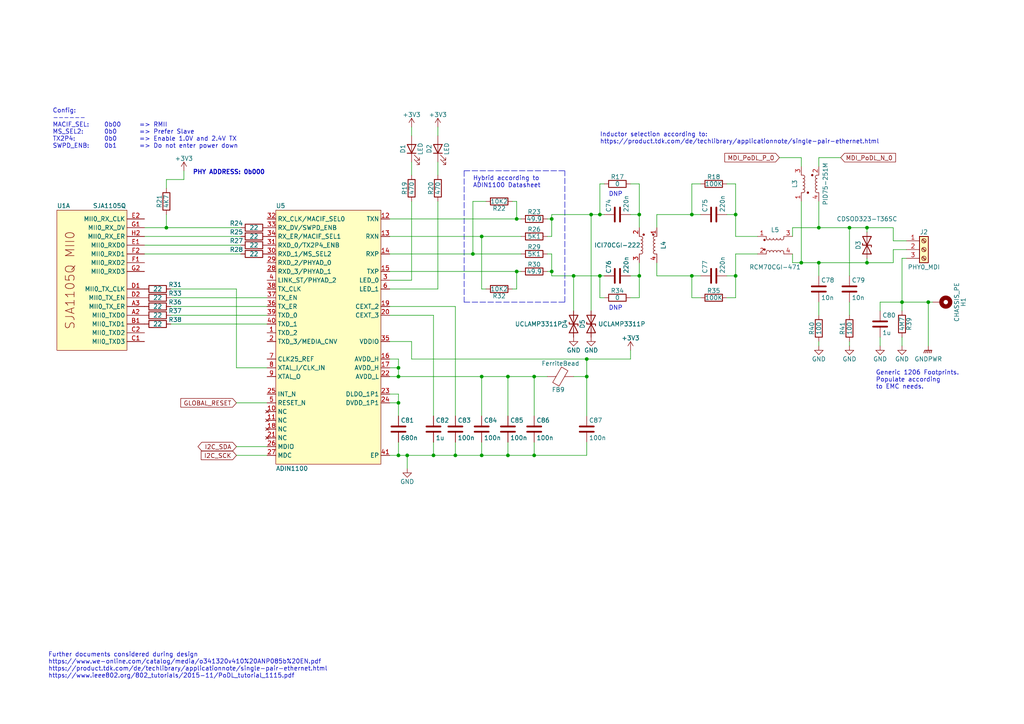
<source format=kicad_sch>
(kicad_sch (version 20211123) (generator eeschema)
  (paper "A4")
  (title_block (title "Open Hardware 10Base-T1L Switch") (date "2023-04-07") (rev "REV A") (company "Peter Heinrich") (comment 1 "Open Hardware License CERN-OHL-P v2") (comment 2 "https://github.com/peterheinrich/Open_10Base-T1L_Switch"))
  (lib_symbols
    (symbol "ADIN1100:ADIN1100"
      (property "Reference" "U" (at 0 1.27 0))
      (property "Value" "ADIN1100" (at 0 -74.93 0))
      (symbol "ADIN1100_1_1"
        (pin input line (at -2.54 -35.56 0) (length 2.54) (name "TXD_2") (number "1"))
        (pin no_connect line (at -2.54 -58.42 0) (length 2.54) (name "NC") (number "10"))
        (pin no_connect line (at -2.54 -60.96 0) (length 2.54) (name "NC") (number "11"))
        (pin bidirectional line (at 33.02 -2.54 180) (length 2.54) (name "TXN") (number "12"))
        (pin bidirectional line (at 33.02 -7.62 180) (length 2.54) (name "RXN") (number "13"))
        (pin bidirectional line (at 33.02 -12.7 180) (length 2.54) (name "RXP") (number "14"))
        (pin bidirectional line (at 33.02 -17.78 180) (length 2.54) (name "TXP") (number "15"))
        (pin power_in line (at 33.02 -43.18 180) (length 2.54) (name "AVDD_H") (number "16"))
        (pin power_in line (at 33.02 -45.72 180) (length 2.54) (name "AVDD_H") (number "17"))
        (pin no_connect line (at -2.54 -63.5 0) (length 2.54) (name "NC") (number "18"))
        (pin input line (at 33.02 -27.94 180) (length 2.54) (name "CEXT_2") (number "19"))
        (pin input line (at -2.54 -38.1 0) (length 2.54) (name "TXD_3/MEDIA_CNV") (number "2"))
        (pin input line (at 33.02 -30.48 180) (length 2.54) (name "CEXT_3") (number "20"))
        (pin no_connect line (at -2.54 -66.04 0) (length 2.54) (name "NC") (number "21"))
        (pin power_in line (at 33.02 -48.26 180) (length 2.54) (name "AVDD_L") (number "22"))
        (pin power_in line (at 33.02 -53.34 180) (length 2.54) (name "DLDO_1P1") (number "23"))
        (pin power_in line (at 33.02 -55.88 180) (length 2.54) (name "DVDD_1P1") (number "24"))
        (pin output line (at -2.54 -53.34 0) (length 2.54) (name "INT_N") (number "25"))
        (pin bidirectional line (at -2.54 -68.58 0) (length 2.54) (name "MDIO") (number "26"))
        (pin input line (at -2.54 -71.12 0) (length 2.54) (name "MDC") (number "27"))
        (pin output line (at -2.54 -17.78 0) (length 2.54) (name "RXD_3/PHYAD_1") (number "28"))
        (pin output line (at -2.54 -15.24 0) (length 2.54) (name "RXD_2/PHYAD_0") (number "29"))
        (pin output line (at 33.02 -20.32 180) (length 2.54) (name "LED_0") (number "3"))
        (pin output line (at -2.54 -12.7 0) (length 2.54) (name "RXD_1/MS_SEL2") (number "30"))
        (pin output line (at -2.54 -10.16 0) (length 2.54) (name "RXD_0/TX2P4_ENB") (number "31"))
        (pin output line (at -2.54 -2.54 0) (length 2.54) (name "RX_CLK/MACIF_SEL0") (number "32"))
        (pin output line (at -2.54 -5.08 0) (length 2.54) (name "RX_DV/SWPD_ENB") (number "33"))
        (pin output line (at -2.54 -7.62 0) (length 2.54) (name "RX_ER/MACIF_SEL1") (number "34"))
        (pin power_in line (at 33.02 -38.1 180) (length 2.54) (name "VDDIO") (number "35"))
        (pin input line (at -2.54 -27.94 0) (length 2.54) (name "TX_ER") (number "36"))
        (pin input line (at -2.54 -25.4 0) (length 2.54) (name "TX_EN") (number "37"))
        (pin output line (at -2.54 -22.86 0) (length 2.54) (name "TX_CLK") (number "38"))
        (pin input line (at -2.54 -30.48 0) (length 2.54) (name "TXD_0") (number "39"))
        (pin output line (at -2.54 -20.32 0) (length 2.54) (name "LINK_ST/PHYAD_2") (number "4"))
        (pin input line (at -2.54 -33.02 0) (length 2.54) (name "TXD_1") (number "40"))
        (pin power_in line (at 33.02 -71.12 180) (length 2.54) (name "EP") (number "41"))
        (pin input line (at -2.54 -55.88 0) (length 2.54) (name "RESET_N") (number "5"))
        (pin output line (at 33.02 -22.86 180) (length 2.54) (name "LED_1") (number "6"))
        (pin output line (at -2.54 -43.18 0) (length 2.54) (name "CLK25_REF") (number "7"))
        (pin input line (at -2.54 -45.72 0) (length 2.54) (name "XTAL_I/CLK_IN") (number "8"))
        (pin output line (at -2.54 -48.26 0) (length 2.54) (name "XTAL_O") (number "9"))
      )
    )
    (symbol "Connector:Screw_Terminal_01x03" (pin_names (offset 1.016) hide)
      (property "Reference" "J" (at 0 5.08 0))
      (property "Value" "Screw_Terminal_01x03" (at 0 -5.08 0))
      (symbol "Screw_Terminal_01x03_1_1"
        (pin passive line (at -5.08 2.54 0) (length 3.81) (name "Pin_1") (number "1"))
        (pin passive line (at -5.08 0 0) (length 3.81) (name "Pin_2") (number "2"))
        (pin passive line (at -5.08 -2.54 0) (length 3.81) (name "Pin_3") (number "3"))
      )
    )
    (symbol "Device:C" (pin_numbers hide) (pin_names (offset 0.254))
      (property "Reference" "C" (at 0.635 2.54 0))
      (property "Value" "C" (at 0.635 -2.54 0))
      (symbol "C_1_1"
        (pin passive line (at 0 3.81 270) (length 2.794) (name "~") (number "1"))
        (pin passive line (at 0 -3.81 90) (length 2.794) (name "~") (number "2"))
      )
    )
    (symbol "Device:D_TVS" (pin_numbers hide) (pin_names (offset 1.016) hide)
      (property "Reference" "D" (at 0 2.54 0))
      (property "Value" "D_TVS" (at 0 -2.54 0))
      (symbol "D_TVS_1_1"
        (pin passive line (at -3.81 0 0) (length 2.54) (name "A1") (number "1"))
        (pin passive line (at 3.81 0 180) (length 2.54) (name "A2") (number "2"))
      )
    )
    (symbol "Device:FerriteBead" (pin_numbers hide) (pin_names (offset 0))
      (property "Reference" "FB" (at -3.81 0.635 90))
      (property "Value" "FerriteBead" (at 3.81 0 90))
      (symbol "FerriteBead_1_1"
        (pin passive line (at 0 3.81 270) (length 2.54) (name "~") (number "1"))
        (pin passive line (at 0 -3.81 90) (length 2.54) (name "~") (number "2"))
      )
    )
    (symbol "Device:LED" (pin_numbers hide) (pin_names (offset 1.016) hide)
      (property "Reference" "D" (at 0 2.54 0))
      (property "Value" "LED" (at 0 -2.54 0))
      (symbol "LED_1_1"
        (pin passive line (at -3.81 0 0) (length 2.54) (name "K") (number "1"))
        (pin passive line (at 3.81 0 180) (length 2.54) (name "A") (number "2"))
      )
    )
    (symbol "Device:L_Coupled_1324" (pin_names (offset 0.254) hide)
      (property "Reference" "L" (at 0 4.445 0))
      (property "Value" "L_Coupled_1324" (at 0 -4.445 0))
      (symbol "L_Coupled_1324_1_1"
        (pin passive line (at -5.08 2.54 0) (length 2.54) (name "1") (number "1"))
        (pin passive line (at -5.08 -2.54 0) (length 2.54) (name "2") (number "2"))
        (pin passive line (at 5.08 2.54 180) (length 2.54) (name "3") (number "3"))
        (pin passive line (at 5.08 -2.54 180) (length 2.54) (name "4") (number "4"))
      )
    )
    (symbol "Device:L_Coupled_1423" (pin_names (offset 0.254) hide)
      (property "Reference" "L" (at 0 4.445 0))
      (property "Value" "L_Coupled_1423" (at 0 -4.445 0))
      (symbol "L_Coupled_1423_1_1"
        (pin passive line (at -5.08 2.54 0) (length 2.54) (name "1") (number "1"))
        (pin passive line (at -5.08 -2.54 0) (length 2.54) (name "2") (number "2"))
        (pin passive line (at 5.08 -2.54 180) (length 2.54) (name "3") (number "3"))
        (pin passive line (at 5.08 2.54 180) (length 2.54) (name "4") (number "4"))
      )
    )
    (symbol "Device:R" (pin_numbers hide) (pin_names (offset 0))
      (property "Reference" "R" (at 2.032 0 90))
      (property "Value" "R" (at 0 0 90))
      (symbol "R_1_1"
        (pin passive line (at 0 3.81 270) (length 1.27) (name "~") (number "1"))
        (pin passive line (at 0 -3.81 90) (length 1.27) (name "~") (number "2"))
      )
    )
    (symbol "L_differential_1324:L_Coupled_1324" (pin_names (offset 0.254) hide)
      (property "Reference" "L?" (at 0 4.445 0))
      (property "Value" "L_Coupled_1324" (at 0 -4.445 0))
      (symbol "L_Coupled_1324_1_1"
        (pin passive line (at -5.08 2.54 0) (length 2.54) (name "1") (number "1"))
        (pin passive line (at 5.08 -2.54 180) (length 2.54) (name "2") (number "2"))
        (pin passive line (at 5.08 2.54 180) (length 2.54) (name "3") (number "3"))
        (pin passive line (at -5.08 -2.54 0) (length 2.54) (name "4") (number "4"))
      )
    )
    (symbol "Mechanical:MountingHole_Pad" (pin_numbers hide) (pin_names (offset 1.016) hide)
      (property "Reference" "H" (at 0 6.35 0))
      (property "Value" "MountingHole_Pad" (at 0 4.445 0))
      (symbol "MountingHole_Pad_1_1"
        (pin input line (at 0 -2.54 90) (length 2.54) (name "1") (number "1"))
      )
    )
    (symbol "SJA1105Q:SJA1105Q"
      (property "Reference" "U" (at 0 1.27 0))
      (property "Value" "SJA1105Q" (at 15.24 1.27 0))
      (symbol "SJA1105Q_1_1"
        (text "SJA1105Q MII0" (at 3.81 -20.32 900) (effects (font (size 2.54 2.54))))
        (pin output line (at 25.4 -30.48 180) (length 5.08) (name "MII0_TXD0") (number "A2"))
        (pin output line (at 25.4 -27.94 180) (length 5.08) (name "MII0_TX_ER") (number "A3"))
        (pin output line (at 25.4 -33.02 180) (length 5.08) (name "MII0_TXD1") (number "B1"))
        (pin output line (at 25.4 -38.1 180) (length 5.08) (name "MII0_TXD3") (number "C1"))
        (pin output line (at 25.4 -35.56 180) (length 5.08) (name "MII0_TXD2") (number "C2"))
        (pin bidirectional line (at 25.4 -22.86 180) (length 5.08) (name "MII0_TX_CLK") (number "D1"))
        (pin output line (at 25.4 -25.4 180) (length 5.08) (name "MII0_TX_EN") (number "D2"))
        (pin input line (at 25.4 -10.16 180) (length 5.08) (name "MII0_RXD0") (number "E1"))
        (pin bidirectional line (at 25.4 -2.54 180) (length 5.08) (name "MII0_RX_CLK") (number "E2"))
        (pin input line (at 25.4 -15.24 180) (length 5.08) (name "MII0_RXD2") (number "F1"))
        (pin input line (at 25.4 -12.7 180) (length 5.08) (name "MII0_RXD1") (number "F2"))
        (pin input line (at 25.4 -5.08 180) (length 5.08) (name "MII0_RX_DV") (number "G1"))
        (pin input line (at 25.4 -17.78 180) (length 5.08) (name "MII0_RXD3") (number "G2"))
        (pin input line (at 25.4 -7.62 180) (length 5.08) (name "MII0_RX_ER") (number "H2"))
      )
      (symbol "SJA1105Q_2_1"
        (text "SJA1105Q MII1" (at 3.81 -20.32 900) (effects (font (size 2.54 2.54))))
        (pin output line (at 25.4 -27.94 180) (length 5.08) (name "MII1_TX_ER") (number "A10"))
        (pin input line (at 25.4 -5.08 180) (length 5.08) (name "MII1_RX_DV") (number "A4"))
        (pin input line (at 25.4 -15.24 180) (length 5.08) (name "MII1_RXD2") (number "A5"))
        (pin input line (at 25.4 -10.16 180) (length 5.08) (name "MII1_RXD0") (number "A6"))
        (pin bidirectional line (at 25.4 -22.86 180) (length 5.08) (name "MII1_TX_CLK") (number "A7"))
        (pin output line (at 25.4 -38.1 180) (length 5.08) (name "MII1_TXD3") (number "A8"))
        (pin output line (at 25.4 -33.02 180) (length 5.08) (name "MII1_TXD1") (number "A9"))
        (pin input line (at 25.4 -7.62 180) (length 5.08) (name "MII1_RX_ER") (number "B3"))
        (pin input line (at 25.4 -17.78 180) (length 5.08) (name "MII1_RXD3") (number "B4"))
        (pin input line (at 25.4 -12.7 180) (length 5.08) (name "MII1_RXD1") (number "B5"))
        (pin bidirectional line (at 25.4 -2.54 180) (length 5.08) (name "MII1_RX_CLK") (number "B6"))
        (pin output line (at 25.4 -25.4 180) (length 5.08) (name "MII1_TX_EN") (number "B7"))
        (pin output line (at 25.4 -35.56 180) (length 5.08) (name "MII1_TXD2") (number "B8"))
        (pin output line (at 25.4 -30.48 180) (length 5.08) (name "MII1_TXD0") (number "B9"))
      )
      (symbol "SJA1105Q_3_1"
        (text "SJA1105Q MII2" (at 3.81 -20.32 900) (effects (font (size 2.54 2.54))))
        (pin input line (at 25.4 -5.08 180) (length 5.08) (name "MII2_RX_DV") (number "A11"))
        (pin input line (at 25.4 -15.24 180) (length 5.08) (name "MII2_RXD2") (number "A12"))
        (pin input line (at 25.4 -10.16 180) (length 5.08) (name "MII2_RXD0") (number "A13"))
        (pin input line (at 25.4 -7.62 180) (length 5.08) (name "MII2_RX_ER") (number "B10"))
        (pin input line (at 25.4 -17.78 180) (length 5.08) (name "MII2_RXD3") (number "B11"))
        (pin input line (at 25.4 -12.7 180) (length 5.08) (name "MII2_RXD1") (number "B12"))
        (pin bidirectional line (at 25.4 -2.54 180) (length 5.08) (name "MII2_RX_CLK") (number "B14"))
        (pin output line (at 25.4 -25.4 180) (length 5.08) (name "MII2_TX_EN") (number "C13"))
        (pin bidirectional line (at 25.4 -22.86 180) (length 5.08) (name "MII2_TX_CLK") (number "C14"))
        (pin output line (at 25.4 -35.56 180) (length 5.08) (name "MII2_TXD2") (number "D13"))
        (pin output line (at 25.4 -38.1 180) (length 5.08) (name "MII2_TXD3") (number "D14"))
        (pin output line (at 25.4 -30.48 180) (length 5.08) (name "MII2_TXD0") (number "E13"))
        (pin output line (at 25.4 -33.02 180) (length 5.08) (name "MII2_TXD1") (number "E14"))
        (pin output line (at 25.4 -27.94 180) (length 5.08) (name "MII2_TX_ER") (number "F14"))
      )
      (symbol "SJA1105Q_4_1"
        (text "SJA1105Q MII3" (at 3.81 -20.32 900) (effects (font (size 2.54 2.54))))
        (pin input line (at 25.4 -7.62 180) (length 5.08) (name "MII3_RX_ER") (number "F13"))
        (pin input line (at 25.4 -17.78 180) (length 5.08) (name "MII3_RXD3") (number "G13"))
        (pin input line (at 25.4 -5.08 180) (length 5.08) (name "MII3_RX_DV") (number "G14"))
        (pin input line (at 25.4 -12.7 180) (length 5.08) (name "MII3_RXD1") (number "H13"))
        (pin input line (at 25.4 -15.24 180) (length 5.08) (name "MII3_RXD2") (number "H14"))
        (pin bidirectional line (at 25.4 -2.54 180) (length 5.08) (name "MII3_RX_CLK") (number "J13"))
        (pin input line (at 25.4 -10.16 180) (length 5.08) (name "MII3_RXD0") (number "J14"))
        (pin output line (at 25.4 -25.4 180) (length 5.08) (name "MII3_TX_EN") (number "K13"))
        (pin bidirectional line (at 25.4 -22.86 180) (length 5.08) (name "MII3_TX_CLK") (number "K14"))
        (pin output line (at 25.4 -35.56 180) (length 5.08) (name "MII3_TXD2") (number "L13"))
        (pin output line (at 25.4 -38.1 180) (length 5.08) (name "MII3_TXD3") (number "L14"))
        (pin output line (at 25.4 -30.48 180) (length 5.08) (name "MII3_TXD0") (number "M13"))
        (pin output line (at 25.4 -33.02 180) (length 5.08) (name "MII3_TXD1") (number "M14"))
        (pin output line (at 25.4 -27.94 180) (length 5.08) (name "MII3_TX_ER") (number "N14"))
      )
      (symbol "SJA1105Q_5_1"
        (text "SJA1105Q MII4" (at 3.81 -20.32 900) (effects (font (size 2.54 2.54))))
        (pin input line (at 25.4 -10.16 180) (length 5.08) (name "MII4_RXD0") (number "N10"))
        (pin input line (at 25.4 -15.24 180) (length 5.08) (name "MII4_RXD2") (number "N11"))
        (pin input line (at 25.4 -5.08 180) (length 5.08) (name "MII4_RX_DV") (number "N12"))
        (pin output line (at 25.4 -33.02 180) (length 5.08) (name "MII4_TXD1") (number "N7"))
        (pin output line (at 25.4 -38.1 180) (length 5.08) (name "MII4_TXD3") (number "N8"))
        (pin bidirectional line (at 25.4 -22.86 180) (length 5.08) (name "MII4_TX_CLK") (number "N9"))
        (pin bidirectional line (at 25.4 -2.54 180) (length 5.08) (name "MII4_RX_CLK") (number "P10"))
        (pin input line (at 25.4 -12.7 180) (length 5.08) (name "MII4_RXD1") (number "P11"))
        (pin input line (at 25.4 -17.78 180) (length 5.08) (name "MII4_RXD3") (number "P12"))
        (pin input line (at 25.4 -7.62 180) (length 5.08) (name "MII4_RX_ER") (number "P13"))
        (pin output line (at 25.4 -27.94 180) (length 5.08) (name "MII4_TX_ER") (number "P6"))
        (pin output line (at 25.4 -30.48 180) (length 5.08) (name "MII4_TXD0") (number "P7"))
        (pin output line (at 25.4 -35.56 180) (length 5.08) (name "MII4_TXD2") (number "P8"))
        (pin output line (at 25.4 -25.4 180) (length 5.08) (name "MII4_TX_EN") (number "P9"))
      )
      (symbol "SJA1105Q_6_1"
        (text "SJA1105Q CLK" (at 15.24 -17.78 900) (effects (font (size 2.54 2.54))))
        (pin output line (at -5.08 -2.54 0) (length 5.08) (name "CLK_OUT") (number "H1"))
        (pin input line (at -5.08 -20.32 0) (length 5.08) (name "OSC_IN") (number "K2"))
        (pin output line (at -5.08 -7.62 0) (length 5.08) (name "OSC_OUT") (number "L1"))
        (pin power_in line (at 33.02 -17.78 180) (length 5.08) (name "i.c.") (number "L4"))
        (pin input line (at 33.02 -2.54 180) (length 5.08) (name "TRST_N") (number "M1"))
        (pin input line (at 33.02 -10.16 180) (length 5.08) (name "TDI") (number "M2"))
        (pin input line (at 33.02 -12.7 180) (length 5.08) (name "TCK") (number "N1"))
        (pin output line (at 33.02 -7.62 180) (length 5.08) (name "TDO") (number "N3"))
        (pin bidirectional line (at -5.08 -33.02 0) (length 5.08) (name "PTP_CLK") (number "N4"))
        (pin input line (at 33.02 -25.4 180) (length 5.08) (name "SDI") (number "N5"))
        (pin input line (at 33.02 -30.48 180) (length 5.08) (name "SS_N") (number "N6"))
        (pin input line (at 33.02 -5.08 180) (length 5.08) (name "TMS") (number "P2"))
        (pin input line (at 33.02 -33.02 180) (length 5.08) (name "RST_N") (number "P3"))
        (pin output line (at 33.02 -27.94 180) (length 5.08) (name "SDO") (number "P4"))
        (pin input line (at 33.02 -22.86 180) (length 5.08) (name "SCK") (number "P5"))
      )
      (symbol "SJA1105Q_7_1"
        (text "SJA1105Q Power" (at 12.7 -48.26 900) (effects (font (size 2.54 2.54))))
        (pin power_in line (at -5.08 -2.54 0) (length 5.08) (name "VSS") (number "A1"))
        (pin power_in line (at 33.02 -88.9 180) (length 5.08) (name "VSS") (number "A14"))
        (pin power_in line (at 33.02 -83.82 180) (length 5.08) (name "VSS") (number "B13"))
        (pin power_in line (at 33.02 -48.26 180) (length 5.08) (name "VDDIO_MII2") (number "D10"))
        (pin power_in line (at 33.02 -50.8 180) (length 5.08) (name "VDDIO_MII2") (number "D11"))
        (pin power_in line (at 33.02 -33.02 180) (length 5.08) (name "VDDIO_MII0") (number "D4"))
        (pin power_in line (at 33.02 -40.64 180) (length 5.08) (name "VDDIO_MII1") (number "D5"))
        (pin power_in line (at 33.02 -7.62 180) (length 5.08) (name "VDD_CORE") (number "D6"))
        (pin power_in line (at 33.02 -43.18 180) (length 5.08) (name "VDDIO_MII1") (number "D7"))
        (pin power_in line (at 33.02 -45.72 180) (length 5.08) (name "VDDIO_MII1") (number "D8"))
        (pin power_in line (at 33.02 -12.7 180) (length 5.08) (name "VDD_CORE") (number "D9"))
        (pin power_in line (at -5.08 -91.44 0) (length 5.08) (name "VSS") (number "E10"))
        (pin power_in line (at 33.02 -53.34 180) (length 5.08) (name "VDDIO_MII2") (number "E11"))
        (pin power_in line (at 33.02 -35.56 180) (length 5.08) (name "VDDIO_MII0") (number "E4"))
        (pin power_in line (at -5.08 -12.7 0) (length 5.08) (name "VSS") (number "E5"))
        (pin power_in line (at -5.08 -27.94 0) (length 5.08) (name "VSS") (number "E6"))
        (pin power_in line (at -5.08 -43.18 0) (length 5.08) (name "VSS") (number "E7"))
        (pin power_in line (at -5.08 -60.96 0) (length 5.08) (name "VSS") (number "E8"))
        (pin power_in line (at -5.08 -76.2 0) (length 5.08) (name "VSS") (number "E9"))
        (pin power_in line (at -5.08 -93.98 0) (length 5.08) (name "VSS") (number "F10"))
        (pin power_in line (at 33.02 -17.78 180) (length 5.08) (name "VDD_CORE") (number "F11"))
        (pin power_in line (at 33.02 -2.54 180) (length 5.08) (name "VDD_CORE") (number "F4"))
        (pin power_in line (at -5.08 -15.24 0) (length 5.08) (name "VSS") (number "F5"))
        (pin power_in line (at -5.08 -30.48 0) (length 5.08) (name "VSS") (number "F6"))
        (pin power_in line (at -5.08 -45.72 0) (length 5.08) (name "VSS") (number "F7"))
        (pin power_in line (at -5.08 -63.5 0) (length 5.08) (name "VSS") (number "F8"))
        (pin power_in line (at -5.08 -78.74 0) (length 5.08) (name "VSS") (number "F9"))
        (pin power_in line (at -5.08 -96.52 0) (length 5.08) (name "VSS") (number "G10"))
        (pin power_in line (at 33.02 -55.88 180) (length 5.08) (name "VDDIO_MII3") (number "G11"))
        (pin power_in line (at 33.02 -38.1 180) (length 5.08) (name "VDDIO_MII0") (number "G4"))
        (pin power_in line (at -5.08 -17.78 0) (length 5.08) (name "VSS") (number "G5"))
        (pin power_in line (at -5.08 -33.02 0) (length 5.08) (name "VSS") (number "G6"))
        (pin power_in line (at -5.08 -48.26 0) (length 5.08) (name "VSS") (number "G7"))
        (pin power_in line (at -5.08 -66.04 0) (length 5.08) (name "VSS") (number "G8"))
        (pin power_in line (at -5.08 -81.28 0) (length 5.08) (name "VSS") (number "G9"))
        (pin power_in line (at 33.02 -76.2 180) (length 5.08) (name "VSS") (number "H10"))
        (pin power_in line (at 33.02 -58.42 180) (length 5.08) (name "VDDIO_MII3") (number "H11"))
        (pin power_in line (at 33.02 -27.94 180) (length 5.08) (name "VDDIO_CLO") (number "H4"))
        (pin power_in line (at -5.08 -20.32 0) (length 5.08) (name "VSS") (number "H5"))
        (pin power_in line (at -5.08 -35.56 0) (length 5.08) (name "VSS") (number "H6"))
        (pin power_in line (at -5.08 -50.8 0) (length 5.08) (name "VSS") (number "H7"))
        (pin power_in line (at -5.08 -68.58 0) (length 5.08) (name "VSS") (number "H8"))
        (pin power_in line (at -5.08 -83.82 0) (length 5.08) (name "VSS") (number "H9"))
        (pin power_in line (at 33.02 -25.4 180) (length 5.08) (name "VDDA_PLL") (number "J1"))
        (pin power_in line (at 33.02 -78.74 180) (length 5.08) (name "VSS") (number "J10"))
        (pin power_in line (at 33.02 -20.32 180) (length 5.08) (name "VDD_CORE") (number "J11"))
        (pin power_in line (at 33.02 -96.52 180) (length 5.08) (name "VSSA_PLL") (number "J2"))
        (pin power_in line (at 33.02 -5.08 180) (length 5.08) (name "VDD_CORE") (number "J4"))
        (pin power_in line (at -5.08 -22.86 0) (length 5.08) (name "VSS") (number "J5"))
        (pin power_in line (at -5.08 -38.1 0) (length 5.08) (name "VSS") (number "J6"))
        (pin power_in line (at -5.08 -53.34 0) (length 5.08) (name "VSS") (number "J7"))
        (pin power_in line (at -5.08 -71.12 0) (length 5.08) (name "VSS") (number "J8"))
        (pin power_in line (at -5.08 -86.36 0) (length 5.08) (name "VSS") (number "J9"))
        (pin power_in line (at 33.02 -22.86 180) (length 5.08) (name "VDDA_OSC") (number "K1"))
        (pin power_in line (at 33.02 -81.28 180) (length 5.08) (name "VSS") (number "K10"))
        (pin power_in line (at 33.02 -60.96 180) (length 5.08) (name "VDDIO_MII3") (number "K11"))
        (pin power_in line (at -5.08 -10.16 0) (length 5.08) (name "VSS") (number "K4"))
        (pin power_in line (at -5.08 -25.4 0) (length 5.08) (name "VSS") (number "K5"))
        (pin power_in line (at -5.08 -40.64 0) (length 5.08) (name "VSS") (number "K6"))
        (pin power_in line (at -5.08 -55.88 0) (length 5.08) (name "VSS") (number "K7"))
        (pin power_in line (at -5.08 -73.66 0) (length 5.08) (name "VSS") (number "K8"))
        (pin power_in line (at -5.08 -88.9 0) (length 5.08) (name "VSS") (number "K9"))
        (pin power_in line (at 33.02 -66.04 180) (length 5.08) (name "VDDIO_MII4") (number "L10"))
        (pin power_in line (at 33.02 -68.58 180) (length 5.08) (name "VDDIO_MII4") (number "L11"))
        (pin power_in line (at 33.02 -93.98 180) (length 5.08) (name "VSSA_OSC") (number "L2"))
        (pin power_in line (at 33.02 -30.48 180) (length 5.08) (name "VDDIO_HOST") (number "L5"))
        (pin power_in line (at 33.02 -10.16 180) (length 5.08) (name "VDD_CORE") (number "L6"))
        (pin power_in line (at -5.08 -58.42 0) (length 5.08) (name "VSS") (number "L7"))
        (pin power_in line (at 33.02 -63.5 180) (length 5.08) (name "VDDIO_MII4") (number "L8"))
        (pin power_in line (at 33.02 -15.24 180) (length 5.08) (name "VDD_CORE") (number "L9"))
        (pin power_in line (at 33.02 -86.36 180) (length 5.08) (name "VSS") (number "N13"))
        (pin power_in line (at -5.08 -7.62 0) (length 5.08) (name "VSS") (number "N2"))
        (pin power_in line (at -5.08 -5.08 0) (length 5.08) (name "VSS") (number "P1"))
        (pin power_in line (at 33.02 -91.44 180) (length 5.08) (name "VSS") (number "P14"))
      )
    )
    (symbol "power:+3V3" (power) (pin_names (offset 0))
      (property "Value" "+3V3" (at 0 3.556 0))
      (symbol "+3V3_1_1"
        (pin power_in line (at 0 0 90) (length 0) hide (name "+3V3") (number "1"))
      )
    )
    (symbol "power:GND" (power) (pin_names (offset 0))
      (property "Value" "GND" (at 0 -3.81 0))
      (symbol "GND_1_1"
        (pin power_in line (at 0 0 270) (length 0) hide (name "GND") (number "1"))
      )
    )
    (symbol "power:GNDPWR" (power) (pin_names (offset 0))
      (property "Value" "GNDPWR" (at 0 -3.302 0))
      (symbol "GNDPWR_1_1"
        (pin power_in line (at 0 0 270) (length 0) hide (name "GNDPWR") (number "1"))
      )
    )
  )
  (junction (at 160.02 78.74))
  (junction (at 246.38 66.04))
  (junction (at 170.18 104.14))
  (junction (at 139.7 68.58))
  (junction (at 147.32 132.08))
  (junction (at 160.02 63.5))
  (junction (at 132.08 132.08))
  (junction (at 166.37 80.01))
  (junction (at 237.49 66.04))
  (junction (at 115.57 106.68))
  (junction (at 139.7 109.22))
  (junction (at 185.42 80.01))
  (junction (at 115.57 109.22))
  (junction (at 149.86 63.5))
  (junction (at 251.46 76.2))
  (junction (at 261.62 87.63))
  (junction (at 154.94 132.08))
  (junction (at 139.7 132.08))
  (junction (at 147.32 109.22))
  (junction (at 171.45 62.23))
  (junction (at 200.66 62.23))
  (junction (at 232.41 76.2))
  (junction (at 173.99 80.01))
  (junction (at 154.94 109.22))
  (junction (at 269.24 87.63))
  (junction (at 115.57 132.08))
  (junction (at 118.11 132.08))
  (junction (at 213.36 80.01))
  (junction (at 125.73 132.08))
  (junction (at 115.57 116.84))
  (junction (at 48.26 66.04))
  (junction (at 213.36 62.23))
  (junction (at 137.16 73.66))
  (junction (at 251.46 66.04))
  (junction (at 200.66 80.01))
  (junction (at 173.99 62.23))
  (junction (at 149.86 78.74))
  (junction (at 170.18 109.22))
  (junction (at 185.42 62.23))
  (junction (at 237.49 76.2))
  (wire (pts (xy 232.41 45.72) (xy 232.41 48.26)))
  (wire (pts (xy 140.97 58.42) (xy 137.16 58.42)))
  (polyline (pts (xy 134.62 87.63) (xy 163.83 87.63)))
  (wire (pts (xy 68.58 106.68) (xy 77.47 106.68)))
  (wire (pts (xy 210.82 53.34) (xy 213.36 53.34)))
  (wire (pts (xy 200.66 62.23) (xy 203.2 62.23)))
  (wire (pts (xy 213.36 53.34) (xy 213.36 62.23)))
  (wire (pts (xy 210.82 86.36) (xy 213.36 86.36)))
  (wire (pts (xy 115.57 106.68) (xy 115.57 109.22)))
  (wire (pts (xy 158.75 68.58) (xy 160.02 68.58)))
  (wire (pts (xy 118.11 132.08) (xy 125.73 132.08)))
  (wire (pts (xy 229.87 76.2) (xy 229.87 73.66)))
  (wire (pts (xy 173.99 86.36) (xy 173.99 80.01)))
  (wire (pts (xy 213.36 73.66) (xy 213.36 80.01)))
  (wire (pts (xy 237.49 66.04) (xy 246.38 66.04)))
  (wire (pts (xy 49.53 86.36) (xy 77.47 86.36)))
  (wire (pts (xy 139.7 68.58) (xy 139.7 83.82)))
  (wire (pts (xy 137.16 58.42) (xy 137.16 73.66)))
  (wire (pts (xy 119.38 81.28) (xy 113.03 81.28)))
  (wire (pts (xy 127 36.83) (xy 127 39.37)))
  (wire (pts (xy 49.53 88.9) (xy 77.47 88.9)))
  (wire (pts (xy 115.57 114.3) (xy 115.57 116.84)))
  (wire (pts (xy 185.42 86.36) (xy 185.42 80.01)))
  (wire (pts (xy 173.99 62.23) (xy 175.26 62.23)))
  (polyline (pts (xy 134.62 49.53) (xy 163.83 49.53)))
  (wire (pts (xy 232.41 76.2) (xy 237.49 76.2)))
  (wire (pts (xy 113.03 104.14) (xy 115.57 104.14)))
  (wire (pts (xy 41.91 73.66) (xy 69.85 73.66)))
  (wire (pts (xy 154.94 120.65) (xy 154.94 109.22)))
  (wire (pts (xy 149.86 58.42) (xy 149.86 63.5)))
  (polyline (pts (xy 163.83 87.63) (xy 163.83 49.53)))
  (wire (pts (xy 213.36 62.23) (xy 213.36 68.58)))
  (wire (pts (xy 115.57 116.84) (xy 115.57 120.65)))
  (wire (pts (xy 237.49 99.06) (xy 237.49 100.33)))
  (wire (pts (xy 182.88 104.14) (xy 182.88 101.6)))
  (wire (pts (xy 119.38 36.83) (xy 119.38 39.37)))
  (wire (pts (xy 53.34 49.53) (xy 53.34 52.07)))
  (wire (pts (xy 166.37 80.01) (xy 166.37 90.17)))
  (wire (pts (xy 226.06 45.72) (xy 232.41 45.72)))
  (wire (pts (xy 160.02 62.23) (xy 171.45 62.23)))
  (wire (pts (xy 160.02 80.01) (xy 160.02 78.74)))
  (wire (pts (xy 182.88 86.36) (xy 185.42 86.36)))
  (wire (pts (xy 147.32 132.08) (xy 154.94 132.08)))
  (wire (pts (xy 170.18 104.14) (xy 182.88 104.14)))
  (wire (pts (xy 68.58 83.82) (xy 68.58 106.68)))
  (wire (pts (xy 115.57 132.08) (xy 118.11 132.08)))
  (wire (pts (xy 229.87 66.04) (xy 237.49 66.04)))
  (wire (pts (xy 158.75 73.66) (xy 160.02 73.66)))
  (wire (pts (xy 160.02 62.23) (xy 160.02 63.5)))
  (wire (pts (xy 190.5 62.23) (xy 200.66 62.23)))
  (wire (pts (xy 255.27 97.79) (xy 255.27 100.33)))
  (wire (pts (xy 48.26 52.07) (xy 53.34 52.07)))
  (wire (pts (xy 170.18 132.08) (xy 170.18 128.27)))
  (wire (pts (xy 113.03 73.66) (xy 137.16 73.66)))
  (wire (pts (xy 170.18 109.22) (xy 170.18 120.65)))
  (wire (pts (xy 200.66 86.36) (xy 200.66 80.01)))
  (polyline (pts (xy 134.62 49.53) (xy 134.62 87.63)))
  (wire (pts (xy 119.38 104.14) (xy 170.18 104.14)))
  (wire (pts (xy 173.99 80.01) (xy 166.37 80.01)))
  (wire (pts (xy 113.03 78.74) (xy 149.86 78.74)))
  (wire (pts (xy 190.5 62.23) (xy 190.5 66.04)))
  (wire (pts (xy 171.45 62.23) (xy 171.45 90.17)))
  (wire (pts (xy 200.66 53.34) (xy 200.66 62.23)))
  (wire (pts (xy 269.24 87.63) (xy 269.24 100.33)))
  (wire (pts (xy 246.38 66.04) (xy 246.38 80.01)))
  (wire (pts (xy 200.66 80.01) (xy 203.2 80.01)))
  (wire (pts (xy 148.59 58.42) (xy 149.86 58.42)))
  (wire (pts (xy 246.38 87.63) (xy 246.38 91.44)))
  (wire (pts (xy 48.26 66.04) (xy 69.85 66.04)))
  (wire (pts (xy 68.58 116.84) (xy 77.47 116.84)))
  (wire (pts (xy 68.58 129.54) (xy 77.47 129.54)))
  (wire (pts (xy 68.58 132.08) (xy 77.47 132.08)))
  (wire (pts (xy 41.91 71.12) (xy 69.85 71.12)))
  (wire (pts (xy 237.49 76.2) (xy 237.49 80.01)))
  (wire (pts (xy 139.7 68.58) (xy 151.13 68.58)))
  (wire (pts (xy 237.49 58.42) (xy 237.49 66.04)))
  (wire (pts (xy 259.08 72.39) (xy 259.08 76.2)))
  (wire (pts (xy 154.94 109.22) (xy 158.75 109.22)))
  (wire (pts (xy 132.08 128.27) (xy 132.08 132.08)))
  (wire (pts (xy 119.38 99.06) (xy 119.38 104.14)))
  (wire (pts (xy 115.57 104.14) (xy 115.57 106.68)))
  (wire (pts (xy 139.7 109.22) (xy 115.57 109.22)))
  (wire (pts (xy 49.53 83.82) (xy 68.58 83.82)))
  (wire (pts (xy 203.2 86.36) (xy 200.66 86.36)))
  (wire (pts (xy 140.97 83.82) (xy 139.7 83.82)))
  (wire (pts (xy 219.71 68.58) (xy 213.36 68.58)))
  (wire (pts (xy 125.73 132.08) (xy 125.73 128.27)))
  (wire (pts (xy 237.49 48.26) (xy 237.49 45.72)))
  (wire (pts (xy 132.08 132.08) (xy 125.73 132.08)))
  (wire (pts (xy 147.32 109.22) (xy 139.7 109.22)))
  (wire (pts (xy 113.03 63.5) (xy 149.86 63.5)))
  (wire (pts (xy 237.49 45.72) (xy 243.84 45.72)))
  (wire (pts (xy 139.7 120.65) (xy 139.7 109.22)))
  (wire (pts (xy 171.45 62.23) (xy 173.99 62.23)))
  (wire (pts (xy 182.88 80.01) (xy 185.42 80.01)))
  (wire (pts (xy 160.02 63.5) (xy 160.02 68.58)))
  (wire (pts (xy 203.2 53.34) (xy 200.66 53.34)))
  (wire (pts (xy 115.57 128.27) (xy 115.57 132.08)))
  (wire (pts (xy 113.03 88.9) (xy 132.08 88.9)))
  (wire (pts (xy 190.5 80.01) (xy 190.5 76.2)))
  (wire (pts (xy 269.24 87.63) (xy 261.62 87.63)))
  (wire (pts (xy 185.42 80.01) (xy 185.42 76.2)))
  (wire (pts (xy 213.36 86.36) (xy 213.36 80.01)))
  (wire (pts (xy 175.26 53.34) (xy 173.99 53.34)))
  (wire (pts (xy 237.49 76.2) (xy 251.46 76.2)))
  (wire (pts (xy 182.88 62.23) (xy 185.42 62.23)))
  (wire (pts (xy 160.02 80.01) (xy 166.37 80.01)))
  (wire (pts (xy 113.03 106.68) (xy 115.57 106.68)))
  (wire (pts (xy 261.62 87.63) (xy 261.62 90.17)))
  (wire (pts (xy 119.38 58.42) (xy 119.38 81.28)))
  (wire (pts (xy 173.99 53.34) (xy 173.99 62.23)))
  (wire (pts (xy 262.89 72.39) (xy 259.08 72.39)))
  (wire (pts (xy 41.91 66.04) (xy 48.26 66.04)))
  (wire (pts (xy 255.27 87.63) (xy 255.27 90.17)))
  (wire (pts (xy 118.11 132.08) (xy 118.11 135.89)))
  (wire (pts (xy 170.18 104.14) (xy 170.18 109.22)))
  (wire (pts (xy 115.57 116.84) (xy 113.03 116.84)))
  (wire (pts (xy 127 83.82) (xy 127 58.42)))
  (wire (pts (xy 148.59 83.82) (xy 149.86 83.82)))
  (wire (pts (xy 175.26 80.01) (xy 173.99 80.01)))
  (wire (pts (xy 139.7 132.08) (xy 139.7 128.27)))
  (wire (pts (xy 127 46.99) (xy 127 50.8)))
  (wire (pts (xy 190.5 80.01) (xy 200.66 80.01)))
  (wire (pts (xy 170.18 109.22) (xy 166.37 109.22)))
  (wire (pts (xy 261.62 74.93) (xy 262.89 74.93)))
  (wire (pts (xy 147.32 132.08) (xy 147.32 128.27)))
  (wire (pts (xy 147.32 120.65) (xy 147.32 109.22)))
  (wire (pts (xy 261.62 87.63) (xy 261.62 74.93)))
  (wire (pts (xy 175.26 86.36) (xy 173.99 86.36)))
  (wire (pts (xy 125.73 120.65) (xy 125.73 91.44)))
  (wire (pts (xy 251.46 76.2) (xy 259.08 76.2)))
  (wire (pts (xy 229.87 66.04) (xy 229.87 68.58)))
  (wire (pts (xy 113.03 132.08) (xy 115.57 132.08)))
  (wire (pts (xy 185.42 62.23) (xy 185.42 66.04)))
  (wire (pts (xy 125.73 91.44) (xy 113.03 91.44)))
  (wire (pts (xy 246.38 99.06) (xy 246.38 100.33)))
  (wire (pts (xy 154.94 132.08) (xy 170.18 132.08)))
  (wire (pts (xy 261.62 87.63) (xy 255.27 87.63)))
  (wire (pts (xy 270.51 87.63) (xy 269.24 87.63)))
  (wire (pts (xy 232.41 58.42) (xy 232.41 76.2)))
  (wire (pts (xy 119.38 46.99) (xy 119.38 50.8)))
  (wire (pts (xy 132.08 132.08) (xy 139.7 132.08)))
  (wire (pts (xy 139.7 132.08) (xy 147.32 132.08)))
  (wire (pts (xy 113.03 114.3) (xy 115.57 114.3)))
  (wire (pts (xy 113.03 99.06) (xy 119.38 99.06)))
  (wire (pts (xy 41.91 68.58) (xy 69.85 68.58)))
  (wire (pts (xy 251.46 66.04) (xy 259.08 66.04)))
  (wire (pts (xy 137.16 73.66) (xy 151.13 73.66)))
  (wire (pts (xy 251.46 66.04) (xy 251.46 67.31)))
  (wire (pts (xy 237.49 87.63) (xy 237.49 91.44)))
  (wire (pts (xy 210.82 62.23) (xy 213.36 62.23)))
  (wire (pts (xy 113.03 83.82) (xy 127 83.82)))
  (wire (pts (xy 149.86 63.5) (xy 151.13 63.5)))
  (wire (pts (xy 48.26 54.61) (xy 48.26 52.07)))
  (wire (pts (xy 154.94 109.22) (xy 147.32 109.22)))
  (wire (pts (xy 229.87 76.2) (xy 232.41 76.2)))
  (wire (pts (xy 154.94 132.08) (xy 154.94 128.27)))
  (wire (pts (xy 113.03 68.58) (xy 139.7 68.58)))
  (wire (pts (xy 219.71 73.66) (xy 213.36 73.66)))
  (wire (pts (xy 160.02 78.74) (xy 160.02 73.66)))
  (wire (pts (xy 158.75 78.74) (xy 160.02 78.74)))
  (wire (pts (xy 49.53 91.44) (xy 77.47 91.44)))
  (wire (pts (xy 48.26 62.23) (xy 48.26 66.04)))
  (wire (pts (xy 182.88 53.34) (xy 185.42 53.34)))
  (wire (pts (xy 246.38 66.04) (xy 251.46 66.04)))
  (wire (pts (xy 213.36 80.01) (xy 210.82 80.01)))
  (wire (pts (xy 149.86 78.74) (xy 151.13 78.74)))
  (wire (pts (xy 251.46 74.93) (xy 251.46 76.2)))
  (wire (pts (xy 259.08 69.85) (xy 259.08 66.04)))
  (wire (pts (xy 262.89 69.85) (xy 259.08 69.85)))
  (wire (pts (xy 149.86 78.74) (xy 149.86 83.82)))
  (wire (pts (xy 115.57 109.22) (xy 113.03 109.22)))
  (wire (pts (xy 132.08 88.9) (xy 132.08 120.65)))
  (wire (pts (xy 158.75 63.5) (xy 160.02 63.5)))
  (wire (pts (xy 185.42 53.34) (xy 185.42 62.23)))
  (wire (pts (xy 261.62 97.79) (xy 261.62 100.33)))
  (wire (pts (xy 49.53 93.98) (xy 77.47 93.98)))
  (text "Config:\n------\nMACIF_SEL: 	0b00 	=> RMII\nMS_SEL2: 	0b0 	=> Prefer Slave\nTX2P4: 		0b0 	=> Enable 1.0V and 2.4V TX\nSWPD_ENB: 	0b1 	=> Do not enter power down" (at 15.24 43.18 0) (effects (font (size 1.27 1.27)) (justify left bottom)))
  (text "DNP" (at 176.53 57.15 0) (effects (font (size 1.27 1.27)) (justify left bottom)))
  (text "PHY ADDRESS: 0b000" (at 55.88 50.8 0) (effects (font (size 1.27 1.27) bold) (justify left bottom)))
  (text "DNP" (at 176.53 90.17 0) (effects (font (size 1.27 1.27)) (justify left bottom)))
  (text "Generic 1206 Footprints.\nPopulate according \nto EMC needs." (at 254 113.03 0) (effects (font (size 1.27 1.27)) (justify left bottom)))
  (text "Further documents considered during design\nhttps://www.we-online.com/catalog/media/o341320v410%20ANP085b%20EN.pdf\nhttps://product.tdk.com/de/techlibrary/applicationnote/single-pair-ethernet.html\nhttps://www.ieee802.org/802_tutorials/2015-11/PoDL_tutorial_1115.pdf" (at 13.97 196.85 0) (effects (font (size 1.27 1.27)) (justify left bottom)))
  (text "Hybrid according to\nADIN1100 Datasheet" (at 137.16 54.61 0) (effects (font (size 1.27 1.27)) (justify left bottom)))
  (text "Inductor selection according to:\nhttps://product.tdk.com/de/techlibrary/applicationnote/single-pair-ethernet.html" (at 173.99 41.91 0) (effects (font (size 1.27 1.27)) (justify left bottom)))
  (global_label "I2C_SCK" (shape input) (at 68.58 132.08 180) (property "Intersheet References" "${INTERSHEET_REFS}" (effects hide)))
  (global_label "MDI_PoDL_P_0" (shape input) (at 226.06 45.72 180) (property "Intersheet References" "${INTERSHEET_REFS}" (effects hide)))
  (global_label "GLOBAL_RESET" (shape input) (at 68.58 116.84 180) (property "Intersheet References" "${INTERSHEET_REFS}" (effects hide)))
  (global_label "MDI_PoDL_N_0" (shape input) (at 243.84 45.72 0) (property "Intersheet References" "${INTERSHEET_REFS}" (effects hide)))
  (global_label "I2C_SDA" (shape bidirectional) (at 68.58 129.54 180) (property "Intersheet References" "${INTERSHEET_REFS}" (effects hide)))
  (symbol (lib_id "Device:R") (at 207.01 53.34 90) (unit 1)
    (property "Reference" "R18" (at 207.01 51.308 90))
    (property "Value" "100K" (at 207.01 53.34 90))
    (property "Footprint" "Resistor_SMD:R_0805_2012Metric" (effects hide))
  )
  (symbol (lib_id "Device:C") (at 179.07 80.01 90) (unit 1)
    (property "Reference" "C76" (at 176.53 79.375 0) (effects (justify left)))
    (property "Value" "220n" (at 181.61 79.375 0) (effects (justify left)))
    (property "Footprint" "Capacitor_SMD:C_0805_2012Metric" (effects hide))
  )
  (symbol (lib_id "SJA1105Q:SJA1105Q") (at 16.51 60.96 0) (unit 1)
    (property "Reference" "U1" (at 16.51 59.69 0) (effects (justify left)))
    (property "Value" "SJA1105Q" (at 31.75 59.69 0))
    (property "Footprint" "SJA1105Q:LFBGA_12x12mm_P0.8mm" (effects hide))
    (property "Datasheet" "https://www.nxp.com/docs/en/data-sheet/SJA1105PQRS.pdf" (effects hide))
  )
  (symbol (lib_id "Device:L_Coupled_1324") (at 224.79 71.12 0) (unit 1)
    (property "Reference" "L5" (at 224.79 66.675 0))
    (property "Value" "RCM70CGI-471" (at 224.79 77.47 0))
  )
  (symbol (lib_id "Device:C") (at 237.49 83.82 0) (unit 1)
    (property "Reference" "C78" (at 238.125 81.28 0) (effects (justify left)))
    (property "Value" "10n" (at 238.125 86.36 0) (effects (justify left)))
    (property "Footprint" "Capacitor_SMD:C_0805_2012Metric" (effects hide))
  )
  (symbol (lib_id "Device:D_TVS") (at 171.45 93.98 90) (unit 1)
    (property "Reference" "D5" (at 168.91 93.98 0))
    (property "Value" "UCLAMP3311P" (at 180.34 93.98 90))
  )
  (symbol (lib_id "Device:R") (at 45.72 83.82 90) (unit 1)
    (property "Reference" "R31" (at 50.8 82.55 90))
    (property "Value" "22" (at 45.72 83.82 90))
    (property "Footprint" "Resistor_SMD:R_0603_1608Metric" (effects hide))
  )
  (symbol (lib_id "Device:R") (at 246.38 95.25 180) (unit 1)
    (property "Reference" "R41" (at 244.348 95.25 90))
    (property "Value" "100" (at 246.38 95.25 90))
    (property "Footprint" "Resistor_SMD:R_0805_2012Metric" (effects hide))
  )
  (symbol (lib_id "Mechanical:MountingHole_Pad") (at 273.05 87.63 270) (unit 1)
    (property "Reference" "H1" (at 279.4 87.63 0))
    (property "Value" "CHASSIS_PE" (at 277.495 87.63 0))
  )
  (symbol (lib_id "Device:FerriteBead") (at 162.56 109.22 90) (unit 1)
    (property "Reference" "FB9" (at 161.925 113.03 90))
    (property "Value" "FerriteBead" (at 162.56 105.41 90))
    (property "Footprint" "Inductor_SMD:L_0805_2012Metric" (effects hide))
  )
  (symbol (lib_id "Device:D_TVS") (at 251.46 71.12 90) (unit 1)
    (property "Reference" "D3" (at 248.92 71.12 0))
    (property "Value" "CDSOD323-T36SC" (at 251.46 63.5 90))
  )
  (symbol (lib_id "Device:C") (at 255.27 93.98 0) (unit 1)
    (property "Reference" "C80" (at 255.905 91.44 0) (effects (justify left)))
    (property "Value" "1u" (at 255.905 96.52 0) (effects (justify left)))
    (property "Footprint" "Capacitor_SMD:C_1206_3216Metric" (effects hide))
  )
  (symbol (lib_id "power:+3V3") (at 53.34 49.53 0) (unit 1)
    (property "Reference" "#PWR086" (effects hide))
    (property "Value" "+3V3" (at 53.34 45.974 0))
  )
  (symbol (lib_id "Device:R") (at 154.94 73.66 90) (unit 1)
    (property "Reference" "R29" (at 154.94 71.628 90))
    (property "Value" "5K1" (at 154.94 73.66 90))
    (property "Footprint" "Resistor_SMD:R_0603_1608Metric" (effects hide))
  )
  (symbol (lib_id "Device:R") (at 154.94 78.74 90) (unit 1)
    (property "Reference" "R30" (at 154.94 76.708 90))
    (property "Value" "49.9" (at 154.94 78.74 90))
    (property "Footprint" "Resistor_SMD:R_0603_1608Metric" (effects hide))
  )
  (symbol (lib_id "Device:R") (at 154.94 68.58 90) (unit 1)
    (property "Reference" "R26" (at 154.94 66.548 90))
    (property "Value" "5K1" (at 154.94 68.58 90))
    (property "Footprint" "Resistor_SMD:R_0603_1608Metric" (effects hide))
  )
  (symbol (lib_id "Device:R") (at 237.49 95.25 180) (unit 1)
    (property "Reference" "R40" (at 235.458 95.25 90))
    (property "Value" "100" (at 237.49 95.25 90))
    (property "Footprint" "Resistor_SMD:R_0805_2012Metric" (effects hide))
  )
  (symbol (lib_id "Device:C") (at 207.01 62.23 90) (unit 1)
    (property "Reference" "C75" (at 204.47 61.595 0) (effects (justify left)))
    (property "Value" "220n" (at 209.55 61.595 0) (effects (justify left)))
    (property "Footprint" "Capacitor_SMD:C_0805_2012Metric" (effects hide))
  )
  (symbol (lib_id "Device:L_Coupled_1423") (at 187.96 71.12 270) (unit 1)
    (property "Reference" "L4" (at 192.405 71.12 0))
    (property "Value" "ICI70CGI-222" (at 179.07 71.12 90))
  )
  (symbol (lib_id "Device:C") (at 170.18 124.46 0) (unit 1)
    (property "Reference" "C87" (at 170.815 121.92 0) (effects (justify left)))
    (property "Value" "100n" (at 170.815 127 0) (effects (justify left)))
    (property "Footprint" "Capacitor_SMD:C_0603_1608Metric" (effects hide))
  )
  (symbol (lib_id "Device:C") (at 132.08 124.46 0) (unit 1)
    (property "Reference" "C83" (at 132.715 121.92 0) (effects (justify left)))
    (property "Value" "100n" (at 132.715 127 0) (effects (justify left)))
    (property "Footprint" "Capacitor_SMD:C_0603_1608Metric" (effects hide))
  )
  (symbol (lib_id "power:GND") (at 246.38 100.33 0) (unit 1)
    (property "Reference" "#PWR090" (effects hide))
    (property "Value" "GND" (at 246.38 104.14 0))
  )
  (symbol (lib_id "Device:R") (at 207.01 86.36 90) (unit 1)
    (property "Reference" "R35" (at 207.01 84.328 90))
    (property "Value" "100K" (at 207.01 86.36 90))
    (property "Footprint" "Resistor_SMD:R_0805_2012Metric" (effects hide))
  )
  (symbol (lib_id "Device:C") (at 125.73 124.46 0) (unit 1)
    (property "Reference" "C82" (at 126.365 121.92 0) (effects (justify left)))
    (property "Value" "1u" (at 126.365 127 0) (effects (justify left)))
    (property "Footprint" "Capacitor_SMD:C_0603_1608Metric" (effects hide))
  )
  (symbol (lib_id "Device:R") (at 45.72 93.98 90) (unit 1)
    (property "Reference" "R38" (at 50.8 92.71 90))
    (property "Value" "22" (at 45.72 93.98 90))
    (property "Footprint" "Resistor_SMD:R_0603_1608Metric" (effects hide))
  )
  (symbol (lib_id "Device:R") (at 45.72 86.36 90) (unit 1)
    (property "Reference" "R33" (at 50.8 85.09 90))
    (property "Value" "22" (at 45.72 86.36 90))
    (property "Footprint" "Resistor_SMD:R_0603_1608Metric" (effects hide))
  )
  (symbol (lib_id "Device:C") (at 147.32 124.46 0) (unit 1)
    (property "Reference" "C85" (at 147.955 121.92 0) (effects (justify left)))
    (property "Value" "100n" (at 147.955 127 0) (effects (justify left)))
    (property "Footprint" "Capacitor_SMD:C_0603_1608Metric" (effects hide))
  )
  (symbol (lib_id "Device:R") (at 73.66 68.58 90) (unit 1)
    (property "Reference" "R25" (at 68.58 67.31 90))
    (property "Value" "22" (at 73.66 68.58 90))
    (property "Footprint" "Resistor_SMD:R_0603_1608Metric" (effects hide))
  )
  (symbol (lib_id "Device:R") (at 154.94 63.5 90) (unit 1)
    (property "Reference" "R23" (at 154.94 61.468 90))
    (property "Value" "49.9" (at 154.94 63.5 90))
    (property "Footprint" "Resistor_SMD:R_0603_1608Metric" (effects hide))
  )
  (symbol (lib_id "power:+3V3") (at 119.38 36.83 0) (unit 1)
    (property "Reference" "#PWR084" (effects hide))
    (property "Value" "+3V3" (at 119.38 33.274 0))
  )
  (symbol (lib_id "Device:LED") (at 127 43.18 90) (unit 1)
    (property "Reference" "D2" (at 124.46 43.18 0))
    (property "Value" "LED" (at 129.54 43.18 0))
    (property "Footprint" "LED_SMD:LED_0603_1608Metric" (effects hide))
  )
  (symbol (lib_id "power:GND") (at 255.27 100.33 0) (unit 1)
    (property "Reference" "#PWR091" (effects hide))
    (property "Value" "GND" (at 255.27 104.14 0))
  )
  (symbol (lib_id "Device:R") (at 144.78 83.82 270) (unit 1)
    (property "Reference" "R32" (at 144.78 85.852 90))
    (property "Value" "10K2" (at 144.78 83.82 90))
    (property "Footprint" "Resistor_SMD:R_0603_1608Metric" (effects hide))
  )
  (symbol (lib_id "Device:R") (at 119.38 54.61 180) (unit 1)
    (property "Reference" "R19" (at 117.348 54.61 90))
    (property "Value" "470" (at 119.38 54.61 90))
    (property "Footprint" "Resistor_SMD:R_0603_1608Metric" (effects hide))
  )
  (symbol (lib_id "Device:C") (at 246.38 83.82 0) (unit 1)
    (property "Reference" "C79" (at 247.015 81.28 0) (effects (justify left)))
    (property "Value" "10n" (at 247.015 86.36 0) (effects (justify left)))
    (property "Footprint" "Capacitor_SMD:C_0805_2012Metric" (effects hide))
  )
  (symbol (lib_id "power:GND") (at 261.62 100.33 0) (unit 1)
    (property "Reference" "#PWR092" (effects hide))
    (property "Value" "GND" (at 261.62 104.14 0))
  )
  (symbol (lib_id "power:GND") (at 171.45 97.79 0) (unit 1)
    (property "Reference" "#PWR088" (effects hide))
    (property "Value" "GND" (at 171.45 101.6 0))
  )
  (symbol (lib_id "Device:R") (at 73.66 71.12 90) (unit 1)
    (property "Reference" "R27" (at 68.58 69.85 90))
    (property "Value" "22" (at 73.66 71.12 90))
    (property "Footprint" "Resistor_SMD:R_0603_1608Metric" (effects hide))
  )
  (symbol (lib_id "Device:R") (at 261.62 93.98 0) (unit 1)
    (property "Reference" "R39" (at 263.652 93.98 90))
    (property "Value" "4M7" (at 261.62 93.98 90))
    (property "Footprint" "Resistor_SMD:R_1206_3216Metric" (effects hide))
  )
  (symbol (lib_id "Device:C") (at 154.94 124.46 0) (unit 1)
    (property "Reference" "C86" (at 155.575 121.92 0) (effects (justify left)))
    (property "Value" "100n" (at 155.575 127 0) (effects (justify left)))
    (property "Footprint" "Capacitor_SMD:C_0603_1608Metric" (effects hide))
  )
  (symbol (lib_id "power:GND") (at 118.11 135.89 0) (unit 1)
    (property "Reference" "#PWR095" (effects hide))
    (property "Value" "GND" (at 118.11 139.7 0))
  )
  (symbol (lib_id "Device:R") (at 45.72 88.9 90) (unit 1)
    (property "Reference" "R36" (at 50.8 87.63 90))
    (property "Value" "22" (at 45.72 88.9 90))
    (property "Footprint" "Resistor_SMD:R_0603_1608Metric" (effects hide))
  )
  (symbol (lib_id "Device:R") (at 144.78 58.42 270) (unit 1)
    (property "Reference" "R22" (at 144.78 60.452 90))
    (property "Value" "10K2" (at 144.78 58.42 90))
    (property "Footprint" "Resistor_SMD:R_0603_1608Metric" (effects hide))
  )
  (symbol (lib_id "power:GND") (at 166.37 97.79 0) (unit 1)
    (property "Reference" "#PWR087" (effects hide))
    (property "Value" "GND" (at 166.37 101.6 0))
  )
  (symbol (lib_id "Device:LED") (at 119.38 43.18 90) (unit 1)
    (property "Reference" "D1" (at 116.84 43.18 0))
    (property "Value" "LED" (at 121.92 43.18 0))
    (property "Footprint" "LED_SMD:LED_0603_1608Metric" (effects hide))
  )
  (symbol (lib_id "Device:R") (at 73.66 66.04 90) (unit 1)
    (property "Reference" "R24" (at 68.58 64.77 90))
    (property "Value" "22" (at 73.66 66.04 90))
    (property "Footprint" "Resistor_SMD:R_0603_1608Metric" (effects hide))
  )
  (symbol (lib_id "Device:R") (at 127 54.61 180) (unit 1)
    (property "Reference" "R20" (at 124.968 54.61 90))
    (property "Value" "470" (at 127 54.61 90))
    (property "Footprint" "Resistor_SMD:R_0603_1608Metric" (effects hide))
  )
  (symbol (lib_id "power:+3V3") (at 182.88 101.6 0) (unit 1)
    (property "Reference" "#PWR094" (effects hide))
    (property "Value" "+3V3" (at 182.88 98.044 0))
  )
  (symbol (lib_id "power:GNDPWR") (at 269.24 100.33 0) (unit 1)
    (property "Reference" "#PWR093" (effects hide))
    (property "Value" "GNDPWR" (at 269.24 104.14 0))
  )
  (symbol (lib_id "ADIN1100:ADIN1100") (at 80.01 60.96 0) (unit 1)
    (property "Reference" "U5" (at 80.01 59.69 0) (effects (justify left)))
    (property "Value" "ADIN1100" (at 80.01 135.89 0) (effects (justify left)))
    (property "Footprint" "ADIN1100:LFCSP-40_EP_TheramVias" (effects hide))
    (property "Datasheet" "https://www.analog.com/media/en/technical-documentation/data-sheets/adin1100.pdf" (effects hide))
  )
  (symbol (lib_id "Device:C") (at 139.7 124.46 0) (unit 1)
    (property "Reference" "C84" (at 140.335 121.92 0) (effects (justify left)))
    (property "Value" "100n" (at 140.335 127 0) (effects (justify left)))
    (property "Footprint" "Capacitor_SMD:C_0603_1608Metric" (effects hide))
  )
  (symbol (lib_id "Device:R") (at 48.26 58.42 180) (unit 1)
    (property "Reference" "R21" (at 46.228 58.42 90))
    (property "Value" "4K7" (at 48.26 58.42 90))
    (property "Footprint" "Resistor_SMD:R_0603_1608Metric" (effects hide))
  )
  (symbol (lib_id "Device:R") (at 179.07 86.36 90) (unit 1)
    (property "Reference" "R34" (at 179.07 84.328 90))
    (property "Value" "0" (at 179.07 86.36 90))
    (property "Footprint" "Resistor_SMD:R_0805_2012Metric" (effects hide))
  )
  (symbol (lib_id "power:GND") (at 237.49 100.33 0) (unit 1)
    (property "Reference" "#PWR089" (effects hide))
    (property "Value" "GND" (at 237.49 104.14 0))
  )
  (symbol (lib_id "Device:R") (at 73.66 73.66 90) (unit 1)
    (property "Reference" "R28" (at 68.58 72.39 90))
    (property "Value" "22" (at 73.66 73.66 90))
    (property "Footprint" "Resistor_SMD:R_0603_1608Metric" (effects hide))
  )
  (symbol (lib_id "Device:C") (at 179.07 62.23 90) (unit 1)
    (property "Reference" "C74" (at 176.53 61.595 0) (effects (justify left)))
    (property "Value" "220n" (at 181.61 61.595 0) (effects (justify left)))
    (property "Footprint" "Capacitor_SMD:C_0805_2012Metric" (effects hide))
  )
  (symbol (lib_id "Device:D_TVS") (at 166.37 93.98 90) (unit 1)
    (property "Reference" "D4" (at 163.83 93.98 0))
    (property "Value" "UCLAMP3311P" (at 156.21 93.98 90))
  )
  (symbol (lib_id "Connector:Screw_Terminal_01x03") (at 267.97 72.39 0) (unit 1)
    (property "Reference" "J2" (at 267.97 67.31 0))
    (property "Value" "PHY0_MDI" (at 267.97 77.47 0))
  )
  (symbol (lib_id "power:+3V3") (at 127 36.83 0) (unit 1)
    (property "Reference" "#PWR085" (effects hide))
    (property "Value" "+3V3" (at 127 33.274 0))
  )
  (symbol (lib_id "L_differential_1324:L_Coupled_1324") (at 234.95 53.34 90) (unit 1)
    (property "Reference" "L3" (at 230.505 53.34 0))
    (property "Value" "PID75-251M" (at 239.395 53.34 0))
  )
  (symbol (lib_id "Device:R") (at 179.07 53.34 90) (unit 1)
    (property "Reference" "R17" (at 179.07 51.308 90))
    (property "Value" "0" (at 179.07 53.34 90))
    (property "Footprint" "Resistor_SMD:R_0805_2012Metric" (effects hide))
  )
  (symbol (lib_id "Device:C") (at 115.57 124.46 0) (unit 1)
    (property "Reference" "C81" (at 116.205 121.92 0) (effects (justify left)))
    (property "Value" "680n" (at 116.205 127 0) (effects (justify left)))
    (property "Footprint" "Capacitor_SMD:C_0603_1608Metric" (effects hide))
  )
  (symbol (lib_id "Device:C") (at 207.01 80.01 90) (unit 1)
    (property "Reference" "C77" (at 204.47 79.375 0) (effects (justify left)))
    (property "Value" "220n" (at 209.55 79.375 0) (effects (justify left)))
    (property "Footprint" "Capacitor_SMD:C_0805_2012Metric" (effects hide))
  )
  (symbol (lib_id "Device:R") (at 45.72 91.44 90) (unit 1)
    (property "Reference" "R37" (at 50.8 90.17 90))
    (property "Value" "22" (at 45.72 91.44 90))
    (property "Footprint" "Resistor_SMD:R_0603_1608Metric" (effects hide))
  )
)
</source>
